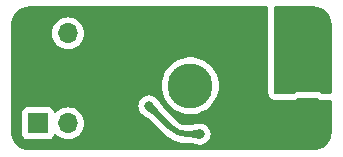
<source format=gbr>
%TF.GenerationSoftware,KiCad,Pcbnew,7.0.8*%
%TF.CreationDate,2024-12-11T19:53:01+01:00*%
%TF.ProjectId,TP4056-module-adapter,54503430-3536-42d6-9d6f-64756c652d61,rev?*%
%TF.SameCoordinates,Original*%
%TF.FileFunction,Copper,L2,Bot*%
%TF.FilePolarity,Positive*%
%FSLAX46Y46*%
G04 Gerber Fmt 4.6, Leading zero omitted, Abs format (unit mm)*
G04 Created by KiCad (PCBNEW 7.0.8) date 2024-12-11 19:53:01*
%MOMM*%
%LPD*%
G01*
G04 APERTURE LIST*
%TA.AperFunction,ComponentPad*%
%ADD10C,3.800000*%
%TD*%
%TA.AperFunction,ComponentPad*%
%ADD11R,1.700000X1.700000*%
%TD*%
%TA.AperFunction,ComponentPad*%
%ADD12O,1.700000X1.700000*%
%TD*%
%TA.AperFunction,ViaPad*%
%ADD13C,0.800000*%
%TD*%
%TA.AperFunction,Conductor*%
%ADD14C,0.500000*%
%TD*%
G04 APERTURE END LIST*
D10*
%TO.P,H1,1*%
%TO.N,N/C*%
X118300000Y-78100000D03*
%TD*%
D11*
%TO.P,J3,1,Pin_1*%
%TO.N,GND*%
X128230000Y-79995000D03*
D12*
%TO.P,J3,2,Pin_2*%
%TO.N,VCC*%
X128230000Y-77455000D03*
%TO.P,J3,3,Pin_3*%
X128230000Y-74915000D03*
%TD*%
D11*
%TO.P,J1,1,Pin_1*%
%TO.N,GND*%
X105410000Y-73660000D03*
D12*
%TO.P,J1,2,Pin_2*%
%TO.N,VBUS*%
X107950000Y-73660000D03*
%TD*%
D11*
%TO.P,J2,1,Pin_1*%
%TO.N,+BATT*%
X105410000Y-81280000D03*
D12*
%TO.P,J2,2,Pin_2*%
%TO.N,LINE*%
X107950000Y-81280000D03*
%TD*%
D13*
%TO.N,GND*%
X110000000Y-83000000D03*
X113000000Y-83000000D03*
X112000000Y-83000000D03*
X116000000Y-83000000D03*
X114000000Y-83000000D03*
X115000000Y-83000000D03*
X125900000Y-81400000D03*
X123900000Y-81400000D03*
X124900000Y-81400000D03*
X126900000Y-81400000D03*
X125400000Y-82300000D03*
X123400000Y-82300000D03*
X124400000Y-82300000D03*
X115750000Y-76400000D03*
X111000000Y-83000000D03*
X109750000Y-76000000D03*
X119380000Y-74168000D03*
X112800000Y-77900000D03*
X110250000Y-72000000D03*
X115500000Y-77800000D03*
X105750000Y-72000000D03*
X126400000Y-82300000D03*
X128400000Y-82300000D03*
X110500000Y-79000000D03*
X129400000Y-82300000D03*
X127400000Y-82300000D03*
X113000000Y-72000000D03*
X104750000Y-72000000D03*
%TO.N,Net-(Q1-G)*%
X119100000Y-82200000D03*
X114800000Y-79822000D03*
%TD*%
D14*
%TO.N,Net-(Q1-G)*%
X116614199Y-81614227D02*
G75*
G03*
X118028427Y-82200000I1414201J1414227D01*
G01*
X116614213Y-81614213D02*
X114822000Y-79822000D01*
X114822000Y-79822000D02*
X114800000Y-79822000D01*
X119100000Y-82200000D02*
X118028427Y-82200000D01*
%TD*%
%TA.AperFunction,Conductor*%
%TO.N,GND*%
G36*
X124837539Y-71394185D02*
G01*
X124883294Y-71446989D01*
X124894500Y-71498500D01*
X124894500Y-78676000D01*
X124894501Y-78676009D01*
X124906052Y-78783450D01*
X124906054Y-78783462D01*
X124917260Y-78834972D01*
X124951383Y-78937497D01*
X124951386Y-78937503D01*
X125029171Y-79058537D01*
X125029179Y-79058548D01*
X125074923Y-79111340D01*
X125074926Y-79111343D01*
X125074930Y-79111347D01*
X125183664Y-79205567D01*
X125183667Y-79205568D01*
X125183668Y-79205569D01*
X125295880Y-79256816D01*
X125314541Y-79265338D01*
X125359357Y-79278497D01*
X125381575Y-79285022D01*
X125381580Y-79285023D01*
X125381584Y-79285024D01*
X125524000Y-79305500D01*
X125524003Y-79305500D01*
X126973446Y-79305500D01*
X126973448Y-79305500D01*
X126991314Y-79304862D01*
X127009333Y-79303896D01*
X127149925Y-79273312D01*
X127215341Y-79248913D01*
X127215379Y-79248899D01*
X127215390Y-79248895D01*
X127215391Y-79248894D01*
X127215395Y-79248893D01*
X127341675Y-79179936D01*
X127348625Y-79174733D01*
X127414090Y-79150316D01*
X127422936Y-79150000D01*
X129037065Y-79150000D01*
X129104104Y-79169685D01*
X129111375Y-79174733D01*
X129125574Y-79185362D01*
X129134504Y-79191561D01*
X129138522Y-79194351D01*
X129140280Y-79195571D01*
X129155241Y-79205567D01*
X129286118Y-79265338D01*
X129328890Y-79277897D01*
X129353152Y-79285022D01*
X129353157Y-79285023D01*
X129353161Y-79285024D01*
X129495577Y-79305500D01*
X129495580Y-79305500D01*
X130137500Y-79305500D01*
X130204539Y-79325185D01*
X130250294Y-79377989D01*
X130261500Y-79429500D01*
X130261500Y-82039785D01*
X130261342Y-82044210D01*
X130256514Y-82111712D01*
X130244669Y-82262215D01*
X130243442Y-82270539D01*
X130222554Y-82366562D01*
X130194046Y-82485302D01*
X130191848Y-82492501D01*
X130155405Y-82590212D01*
X130110636Y-82698293D01*
X130107770Y-82704284D01*
X130057293Y-82796727D01*
X130055739Y-82799410D01*
X129996282Y-82896432D01*
X129993051Y-82901194D01*
X129929377Y-82986253D01*
X129926888Y-82989365D01*
X129853493Y-83075299D01*
X129850187Y-83078875D01*
X129774868Y-83154194D01*
X129771292Y-83157500D01*
X129685376Y-83230879D01*
X129682265Y-83233367D01*
X129597204Y-83297046D01*
X129592440Y-83300279D01*
X129495394Y-83359747D01*
X129492712Y-83361300D01*
X129400288Y-83411767D01*
X129394297Y-83414633D01*
X129286189Y-83459414D01*
X129188510Y-83495845D01*
X129181311Y-83498043D01*
X129062490Y-83526570D01*
X128966553Y-83547439D01*
X128958230Y-83548666D01*
X128807631Y-83560519D01*
X128740209Y-83565342D01*
X128735784Y-83565500D01*
X104650216Y-83565500D01*
X104645791Y-83565342D01*
X104578368Y-83560519D01*
X104427769Y-83548666D01*
X104419446Y-83547439D01*
X104323525Y-83526573D01*
X104204677Y-83498039D01*
X104197479Y-83495841D01*
X104099834Y-83459423D01*
X104099812Y-83459414D01*
X104091837Y-83456110D01*
X103991690Y-83414627D01*
X103985701Y-83411761D01*
X103893296Y-83361306D01*
X103890614Y-83359753D01*
X103883217Y-83355220D01*
X103793536Y-83300264D01*
X103788805Y-83297053D01*
X103703731Y-83233367D01*
X103700657Y-83230908D01*
X103614693Y-83157487D01*
X103611117Y-83154181D01*
X103535817Y-83078881D01*
X103532511Y-83075305D01*
X103459111Y-82989365D01*
X103459085Y-82989334D01*
X103456632Y-82986268D01*
X103392939Y-82901185D01*
X103389741Y-82896472D01*
X103330232Y-82799363D01*
X103328708Y-82796730D01*
X103293480Y-82732214D01*
X103278237Y-82704297D01*
X103275371Y-82698307D01*
X103249421Y-82635659D01*
X103230582Y-82590181D01*
X103207515Y-82528335D01*
X103194157Y-82492519D01*
X103191959Y-82485320D01*
X103164833Y-82372335D01*
X103163432Y-82366504D01*
X103142560Y-82270552D01*
X103141332Y-82262228D01*
X103139655Y-82240917D01*
X103134693Y-82177870D01*
X104059500Y-82177870D01*
X104059501Y-82177876D01*
X104065908Y-82237483D01*
X104116202Y-82372328D01*
X104116206Y-82372335D01*
X104202452Y-82487544D01*
X104202455Y-82487547D01*
X104317664Y-82573793D01*
X104317671Y-82573797D01*
X104452517Y-82624091D01*
X104452516Y-82624091D01*
X104459444Y-82624835D01*
X104512127Y-82630500D01*
X106307872Y-82630499D01*
X106367483Y-82624091D01*
X106502331Y-82573796D01*
X106617546Y-82487546D01*
X106703796Y-82372331D01*
X106752810Y-82240916D01*
X106794681Y-82184984D01*
X106860145Y-82160566D01*
X106928418Y-82175417D01*
X106956673Y-82196569D01*
X107078599Y-82318495D01*
X107175384Y-82386265D01*
X107272165Y-82454032D01*
X107272167Y-82454033D01*
X107272170Y-82454035D01*
X107486337Y-82553903D01*
X107486343Y-82553904D01*
X107486344Y-82553905D01*
X107516716Y-82562043D01*
X107714592Y-82615063D01*
X107891034Y-82630500D01*
X107949999Y-82635659D01*
X107950000Y-82635659D01*
X107950001Y-82635659D01*
X108008966Y-82630500D01*
X108185408Y-82615063D01*
X108413663Y-82553903D01*
X108627830Y-82454035D01*
X108821401Y-82318495D01*
X108988495Y-82151401D01*
X109124035Y-81957830D01*
X109223903Y-81743663D01*
X109285063Y-81515408D01*
X109305659Y-81280000D01*
X109285063Y-81044592D01*
X109223903Y-80816337D01*
X109124035Y-80602171D01*
X109026337Y-80462642D01*
X108988494Y-80408597D01*
X108821402Y-80241506D01*
X108821395Y-80241501D01*
X108627834Y-80105967D01*
X108627830Y-80105965D01*
X108627828Y-80105964D01*
X108413663Y-80006097D01*
X108413659Y-80006096D01*
X108413655Y-80006094D01*
X108185413Y-79944938D01*
X108185403Y-79944936D01*
X107950001Y-79924341D01*
X107949999Y-79924341D01*
X107714596Y-79944936D01*
X107714586Y-79944938D01*
X107486344Y-80006094D01*
X107486335Y-80006098D01*
X107272171Y-80105964D01*
X107272169Y-80105965D01*
X107078600Y-80241503D01*
X106956673Y-80363430D01*
X106895350Y-80396914D01*
X106825658Y-80391930D01*
X106769725Y-80350058D01*
X106752810Y-80319081D01*
X106703797Y-80187671D01*
X106703793Y-80187664D01*
X106617547Y-80072455D01*
X106617544Y-80072452D01*
X106502335Y-79986206D01*
X106502328Y-79986202D01*
X106367482Y-79935908D01*
X106367483Y-79935908D01*
X106307883Y-79929501D01*
X106307881Y-79929500D01*
X106307873Y-79929500D01*
X106307864Y-79929500D01*
X104512129Y-79929500D01*
X104512123Y-79929501D01*
X104452516Y-79935908D01*
X104317671Y-79986202D01*
X104317664Y-79986206D01*
X104202455Y-80072452D01*
X104202452Y-80072455D01*
X104116206Y-80187664D01*
X104116202Y-80187671D01*
X104065908Y-80322517D01*
X104059501Y-80382116D01*
X104059500Y-80382135D01*
X104059500Y-82177870D01*
X103134693Y-82177870D01*
X103129486Y-82111712D01*
X103124658Y-82044209D01*
X103124500Y-82039785D01*
X103124500Y-79822000D01*
X113894540Y-79822000D01*
X113914326Y-80010256D01*
X113914327Y-80010259D01*
X113972818Y-80190277D01*
X113972821Y-80190284D01*
X114067467Y-80354216D01*
X114194129Y-80494888D01*
X114347266Y-80606149D01*
X114347269Y-80606150D01*
X114347270Y-80606151D01*
X114369707Y-80616140D01*
X114387072Y-80625598D01*
X114886980Y-80952086D01*
X114906857Y-80968225D01*
X116047202Y-82108570D01*
X116047235Y-82108631D01*
X116179063Y-82240456D01*
X116387972Y-82411901D01*
X116387979Y-82411906D01*
X116612678Y-82562042D01*
X116612680Y-82562043D01*
X116851019Y-82689434D01*
X117100697Y-82792851D01*
X117359310Y-82871297D01*
X117624366Y-82924016D01*
X117893313Y-82950502D01*
X118028437Y-82950500D01*
X118214830Y-82950500D01*
X118237682Y-82952624D01*
X118416958Y-82986238D01*
X118848178Y-83067091D01*
X119005354Y-83100500D01*
X119033950Y-83100500D01*
X119039758Y-83100773D01*
X119040972Y-83100887D01*
X119040983Y-83100888D01*
X119040994Y-83100887D01*
X119040996Y-83100888D01*
X119112384Y-83100500D01*
X119194644Y-83100500D01*
X119194646Y-83100500D01*
X119379803Y-83061144D01*
X119552730Y-82984151D01*
X119705871Y-82872888D01*
X119832533Y-82732216D01*
X119927179Y-82568284D01*
X119985674Y-82388256D01*
X120005460Y-82200000D01*
X119985674Y-82011744D01*
X119927179Y-81831716D01*
X119832533Y-81667784D01*
X119705871Y-81527112D01*
X119689755Y-81515403D01*
X119552734Y-81415851D01*
X119552729Y-81415848D01*
X119379807Y-81338857D01*
X119379802Y-81338855D01*
X119234001Y-81307865D01*
X119194646Y-81299500D01*
X119005354Y-81299500D01*
X118879650Y-81326218D01*
X118848224Y-81332898D01*
X118237676Y-81447376D01*
X118214824Y-81449500D01*
X118110341Y-81449500D01*
X118110321Y-81449499D01*
X118030853Y-81449499D01*
X118025988Y-81449308D01*
X117842677Y-81434884D01*
X117823458Y-81431840D01*
X117651792Y-81390629D01*
X117633287Y-81384617D01*
X117470165Y-81317052D01*
X117452827Y-81308218D01*
X117302293Y-81215973D01*
X117286551Y-81204536D01*
X117146924Y-81085285D01*
X117143348Y-81081979D01*
X117105959Y-81044592D01*
X115963422Y-79902054D01*
X115950057Y-79886246D01*
X115563268Y-79342463D01*
X115560095Y-79337523D01*
X115552972Y-79325185D01*
X115532533Y-79289784D01*
X115502847Y-79256814D01*
X115498393Y-79251257D01*
X115496726Y-79248913D01*
X115496722Y-79248907D01*
X115483953Y-79232438D01*
X115475993Y-79223001D01*
X115446760Y-79194345D01*
X115444092Y-79191561D01*
X115405871Y-79149112D01*
X115405869Y-79149110D01*
X115252734Y-79037851D01*
X115252729Y-79037848D01*
X115079807Y-78960857D01*
X115079802Y-78960855D01*
X114934001Y-78929865D01*
X114894646Y-78921500D01*
X114705354Y-78921500D01*
X114672897Y-78928398D01*
X114520197Y-78960855D01*
X114520192Y-78960857D01*
X114347270Y-79037848D01*
X114347265Y-79037851D01*
X114194129Y-79149111D01*
X114067466Y-79289785D01*
X113972821Y-79453715D01*
X113972818Y-79453722D01*
X113914327Y-79633740D01*
X113914326Y-79633744D01*
X113894540Y-79822000D01*
X103124500Y-79822000D01*
X103124500Y-78100005D01*
X115894754Y-78100005D01*
X115913718Y-78401446D01*
X115913719Y-78401453D01*
X115913720Y-78401457D01*
X115966093Y-78676009D01*
X115970320Y-78698164D01*
X116063659Y-78985431D01*
X116063661Y-78985436D01*
X116192265Y-79258732D01*
X116192268Y-79258738D01*
X116354111Y-79513763D01*
X116354114Y-79513767D01*
X116354115Y-79513768D01*
X116546651Y-79746504D01*
X116741522Y-79929501D01*
X116766836Y-79953272D01*
X116766846Y-79953280D01*
X117011193Y-80130808D01*
X117011198Y-80130810D01*
X117011205Y-80130816D01*
X117275896Y-80276332D01*
X117275901Y-80276334D01*
X117275903Y-80276335D01*
X117275904Y-80276336D01*
X117556734Y-80387524D01*
X117556737Y-80387525D01*
X117654259Y-80412564D01*
X117849302Y-80462642D01*
X117996039Y-80481179D01*
X118148963Y-80500499D01*
X118148969Y-80500499D01*
X118148973Y-80500500D01*
X118148975Y-80500500D01*
X118451025Y-80500500D01*
X118451027Y-80500500D01*
X118451032Y-80500499D01*
X118451036Y-80500499D01*
X118530591Y-80490448D01*
X118750698Y-80462642D01*
X119043262Y-80387525D01*
X119056876Y-80382135D01*
X119324095Y-80276336D01*
X119324096Y-80276335D01*
X119324094Y-80276335D01*
X119324104Y-80276332D01*
X119588795Y-80130816D01*
X119833162Y-79953274D01*
X120053349Y-79746504D01*
X120245885Y-79513768D01*
X120407733Y-79258736D01*
X120536341Y-78985430D01*
X120629681Y-78698160D01*
X120686280Y-78401457D01*
X120705246Y-78100000D01*
X120686280Y-77798543D01*
X120629681Y-77501840D01*
X120536341Y-77214570D01*
X120407733Y-76941264D01*
X120245885Y-76686232D01*
X120053349Y-76453496D01*
X119833162Y-76246726D01*
X119833159Y-76246724D01*
X119833153Y-76246719D01*
X119588806Y-76069191D01*
X119588799Y-76069186D01*
X119588795Y-76069184D01*
X119324104Y-75923668D01*
X119324101Y-75923666D01*
X119324096Y-75923664D01*
X119324095Y-75923663D01*
X119043265Y-75812475D01*
X119043262Y-75812474D01*
X118750695Y-75737357D01*
X118451036Y-75699500D01*
X118451027Y-75699500D01*
X118148973Y-75699500D01*
X118148963Y-75699500D01*
X117849304Y-75737357D01*
X117556737Y-75812474D01*
X117556734Y-75812475D01*
X117275904Y-75923663D01*
X117275903Y-75923664D01*
X117011205Y-76069184D01*
X117011193Y-76069191D01*
X116766846Y-76246719D01*
X116766836Y-76246727D01*
X116546652Y-76453494D01*
X116354111Y-76686236D01*
X116192268Y-76941261D01*
X116192265Y-76941267D01*
X116063661Y-77214563D01*
X116063659Y-77214568D01*
X115970320Y-77501835D01*
X115913719Y-77798546D01*
X115913718Y-77798553D01*
X115894754Y-78099994D01*
X115894754Y-78100005D01*
X103124500Y-78100005D01*
X103124500Y-73660000D01*
X106594341Y-73660000D01*
X106614936Y-73895403D01*
X106614938Y-73895413D01*
X106676094Y-74123655D01*
X106676096Y-74123659D01*
X106676097Y-74123663D01*
X106775965Y-74337830D01*
X106775967Y-74337834D01*
X106884281Y-74492521D01*
X106911505Y-74531401D01*
X107078599Y-74698495D01*
X107175384Y-74766265D01*
X107272165Y-74834032D01*
X107272167Y-74834033D01*
X107272170Y-74834035D01*
X107486337Y-74933903D01*
X107714592Y-74995063D01*
X107902918Y-75011539D01*
X107949999Y-75015659D01*
X107950000Y-75015659D01*
X107950001Y-75015659D01*
X107989234Y-75012226D01*
X108185408Y-74995063D01*
X108413663Y-74933903D01*
X108627830Y-74834035D01*
X108821401Y-74698495D01*
X108988495Y-74531401D01*
X109124035Y-74337830D01*
X109223903Y-74123663D01*
X109285063Y-73895408D01*
X109305659Y-73660000D01*
X109285063Y-73424592D01*
X109223903Y-73196337D01*
X109124035Y-72982171D01*
X109066649Y-72900214D01*
X108988494Y-72788597D01*
X108821402Y-72621506D01*
X108821395Y-72621501D01*
X108627834Y-72485967D01*
X108627830Y-72485965D01*
X108560735Y-72454678D01*
X108413663Y-72386097D01*
X108413659Y-72386096D01*
X108413655Y-72386094D01*
X108185413Y-72324938D01*
X108185403Y-72324936D01*
X107950001Y-72304341D01*
X107949999Y-72304341D01*
X107714596Y-72324936D01*
X107714586Y-72324938D01*
X107486344Y-72386094D01*
X107486335Y-72386098D01*
X107272171Y-72485964D01*
X107272169Y-72485965D01*
X107078597Y-72621505D01*
X106911505Y-72788597D01*
X106775965Y-72982169D01*
X106775964Y-72982171D01*
X106676098Y-73196335D01*
X106676094Y-73196344D01*
X106614938Y-73424586D01*
X106614936Y-73424596D01*
X106594341Y-73659999D01*
X106594341Y-73660000D01*
X103124500Y-73660000D01*
X103124500Y-72900214D01*
X103124658Y-72895790D01*
X103126593Y-72868729D01*
X103129489Y-72828231D01*
X103141333Y-72677762D01*
X103142560Y-72669445D01*
X103152989Y-72621506D01*
X103163429Y-72573509D01*
X103191959Y-72454678D01*
X103194157Y-72447478D01*
X103230588Y-72349802D01*
X103275372Y-72241687D01*
X103278237Y-72235701D01*
X103328727Y-72143234D01*
X103330211Y-72140671D01*
X103389754Y-72043506D01*
X103392924Y-72038834D01*
X103456656Y-71953699D01*
X103459060Y-71950694D01*
X103532534Y-71864667D01*
X103535792Y-71861143D01*
X103611143Y-71785792D01*
X103614667Y-71782534D01*
X103700694Y-71709060D01*
X103703699Y-71706656D01*
X103788834Y-71642924D01*
X103793506Y-71639754D01*
X103890671Y-71580211D01*
X103893234Y-71578727D01*
X103985704Y-71528235D01*
X103991687Y-71525372D01*
X104099802Y-71480588D01*
X104197482Y-71444155D01*
X104204678Y-71441959D01*
X104323492Y-71413433D01*
X104419451Y-71392559D01*
X104427762Y-71391333D01*
X104578231Y-71379489D01*
X104645791Y-71374657D01*
X104650214Y-71374500D01*
X124770500Y-71374500D01*
X124837539Y-71394185D01*
G37*
%TD.AperFunction*%
%TD*%
%TA.AperFunction,Conductor*%
%TO.N,VCC*%
G36*
X128740206Y-71374657D02*
G01*
X128807740Y-71379487D01*
X128958222Y-71391330D01*
X128966537Y-71392556D01*
X129062589Y-71413451D01*
X129181305Y-71441953D01*
X129188503Y-71444150D01*
X129286226Y-71480599D01*
X129394302Y-71525366D01*
X129400268Y-71528220D01*
X129492774Y-71578732D01*
X129495381Y-71580242D01*
X129565377Y-71623136D01*
X129592432Y-71639716D01*
X129597194Y-71642947D01*
X129682253Y-71706621D01*
X129685356Y-71709103D01*
X129759908Y-71772776D01*
X129771299Y-71782505D01*
X129774875Y-71785811D01*
X129850194Y-71861130D01*
X129853492Y-71864697D01*
X129923188Y-71946300D01*
X129926879Y-71950622D01*
X129929367Y-71953733D01*
X129968543Y-72006064D01*
X129993056Y-72038809D01*
X129996279Y-72043558D01*
X130055747Y-72140604D01*
X130057300Y-72143286D01*
X130107767Y-72235710D01*
X130110633Y-72241701D01*
X130155414Y-72349810D01*
X130191845Y-72447487D01*
X130194043Y-72454687D01*
X130222570Y-72573509D01*
X130243439Y-72669444D01*
X130244666Y-72677768D01*
X130256519Y-72828369D01*
X130261342Y-72895791D01*
X130261500Y-72900216D01*
X130261500Y-78676000D01*
X130241815Y-78743039D01*
X130189011Y-78788794D01*
X130137500Y-78800000D01*
X129495577Y-78800000D01*
X129428538Y-78780315D01*
X129421266Y-78775267D01*
X129322330Y-78701203D01*
X129322328Y-78701202D01*
X129187482Y-78650908D01*
X129187483Y-78650908D01*
X129127883Y-78644501D01*
X129127881Y-78644500D01*
X129127873Y-78644500D01*
X129127864Y-78644500D01*
X127332129Y-78644500D01*
X127332123Y-78644501D01*
X127272516Y-78650908D01*
X127137671Y-78701202D01*
X127137669Y-78701203D01*
X127038734Y-78775267D01*
X126973270Y-78799684D01*
X126964423Y-78800000D01*
X125524000Y-78800000D01*
X125456961Y-78780315D01*
X125411206Y-78727511D01*
X125400000Y-78676000D01*
X125400000Y-71498500D01*
X125419685Y-71431461D01*
X125472489Y-71385706D01*
X125524000Y-71374500D01*
X128735788Y-71374500D01*
X128740206Y-71374657D01*
G37*
%TD.AperFunction*%
%TD*%
%TA.AperFunction,Conductor*%
%TO.N,Net-(Q1-G)*%
G36*
X115089603Y-79548935D02*
G01*
X115090843Y-79550405D01*
X115545540Y-80189660D01*
X115547543Y-80198388D01*
X115544279Y-80204715D01*
X115204438Y-80544556D01*
X115196165Y-80547983D01*
X115189767Y-80546079D01*
X114655033Y-80196846D01*
X114649980Y-80189453D01*
X114650610Y-80182600D01*
X114798396Y-79823470D01*
X114800964Y-79819630D01*
X115073059Y-79548892D01*
X115081338Y-79545487D01*
X115089603Y-79548935D01*
G37*
%TD.AperFunction*%
%TD*%
%TA.AperFunction,Conductor*%
%TO.N,Net-(Q1-G)*%
G36*
X119094942Y-81804435D02*
G01*
X119099835Y-81811935D01*
X119100035Y-81814062D01*
X119101000Y-82200000D01*
X119100035Y-82585937D01*
X119096587Y-82594202D01*
X119088306Y-82597608D01*
X119086179Y-82597408D01*
X118309544Y-82451789D01*
X118302044Y-82446896D01*
X118300000Y-82440289D01*
X118300000Y-81959710D01*
X118303427Y-81951437D01*
X118309542Y-81948210D01*
X119086180Y-81802591D01*
X119094942Y-81804435D01*
G37*
%TD.AperFunction*%
%TD*%
M02*

</source>
